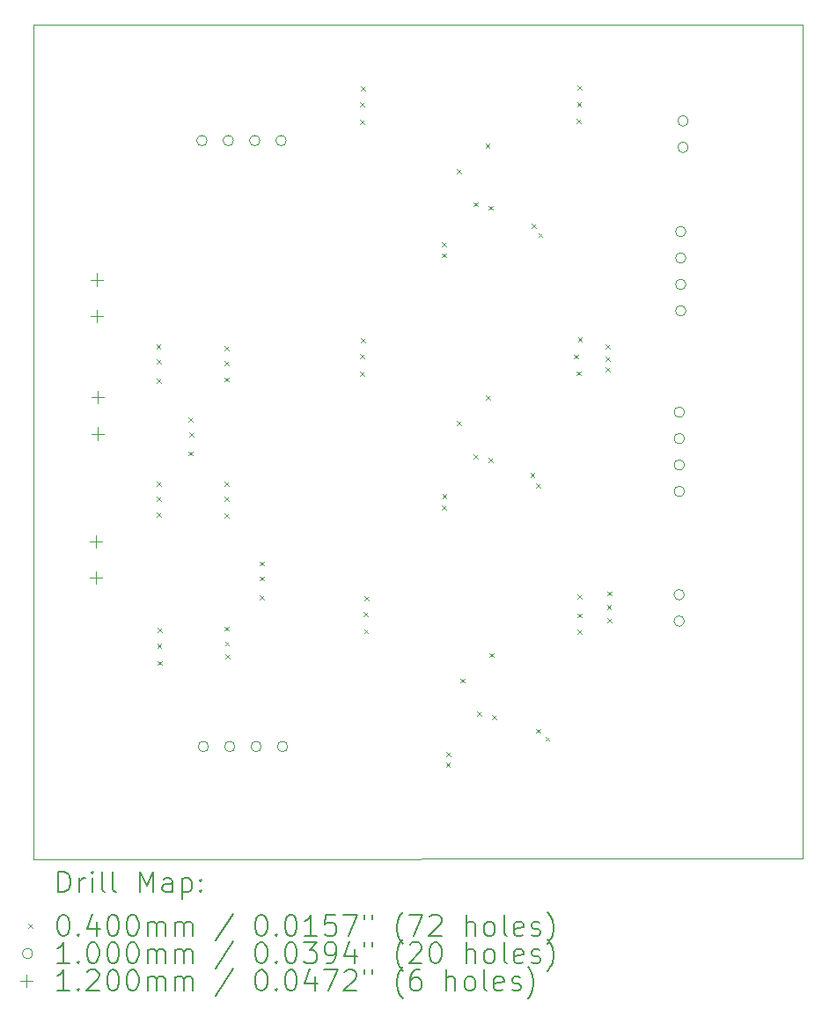
<source format=gbr>
%TF.GenerationSoftware,KiCad,Pcbnew,7.0.2*%
%TF.CreationDate,2023-05-19T15:17:26+02:00*%
%TF.ProjectId,78_1x39_1mm Solr tile,37382c31-7833-4392-9c31-6d6d20536f6c,rev?*%
%TF.SameCoordinates,Original*%
%TF.FileFunction,Drillmap*%
%TF.FilePolarity,Positive*%
%FSLAX45Y45*%
G04 Gerber Fmt 4.5, Leading zero omitted, Abs format (unit mm)*
G04 Created by KiCad (PCBNEW 7.0.2) date 2023-05-19 15:17:26*
%MOMM*%
%LPD*%
G01*
G04 APERTURE LIST*
%ADD10C,0.100000*%
%ADD11C,0.200000*%
%ADD12C,0.040000*%
%ADD13C,0.120000*%
G04 APERTURE END LIST*
D10*
X3317000Y-3601000D02*
X10717500Y-3599000D01*
X3317000Y-11621000D02*
X10717500Y-11616000D01*
X3317000Y-3601000D02*
X3317000Y-11621000D01*
X10717500Y-11616000D02*
X10717500Y-3599000D01*
D11*
D12*
X4501000Y-6675000D02*
X4541000Y-6715000D01*
X4541000Y-6675000D02*
X4501000Y-6715000D01*
X4504000Y-6815000D02*
X4544000Y-6855000D01*
X4544000Y-6815000D02*
X4504000Y-6855000D01*
X4504000Y-8139000D02*
X4544000Y-8179000D01*
X4544000Y-8139000D02*
X4504000Y-8179000D01*
X4505000Y-7004000D02*
X4545000Y-7044000D01*
X4545000Y-7004000D02*
X4505000Y-7044000D01*
X4506000Y-7996000D02*
X4546000Y-8036000D01*
X4546000Y-7996000D02*
X4506000Y-8036000D01*
X4506000Y-8292000D02*
X4546000Y-8332000D01*
X4546000Y-8292000D02*
X4506000Y-8332000D01*
X4511000Y-9548000D02*
X4551000Y-9588000D01*
X4551000Y-9548000D02*
X4511000Y-9588000D01*
X4512000Y-9400000D02*
X4552000Y-9440000D01*
X4552000Y-9400000D02*
X4512000Y-9440000D01*
X4513000Y-9716000D02*
X4553000Y-9756000D01*
X4553000Y-9716000D02*
X4513000Y-9756000D01*
X4813000Y-7377000D02*
X4853000Y-7417000D01*
X4853000Y-7377000D02*
X4813000Y-7417000D01*
X4813000Y-7702000D02*
X4853000Y-7742000D01*
X4853000Y-7702000D02*
X4813000Y-7742000D01*
X4816000Y-7521000D02*
X4856000Y-7561000D01*
X4856000Y-7521000D02*
X4816000Y-7561000D01*
X5155000Y-7993000D02*
X5195000Y-8033000D01*
X5195000Y-7993000D02*
X5155000Y-8033000D01*
X5155000Y-8295000D02*
X5195000Y-8335000D01*
X5195000Y-8295000D02*
X5155000Y-8335000D01*
X5157000Y-6688000D02*
X5197000Y-6728000D01*
X5197000Y-6688000D02*
X5157000Y-6728000D01*
X5157000Y-6990000D02*
X5197000Y-7030000D01*
X5197000Y-6990000D02*
X5157000Y-7030000D01*
X5157000Y-8136000D02*
X5197000Y-8176000D01*
X5197000Y-8136000D02*
X5157000Y-8176000D01*
X5159000Y-6831000D02*
X5199000Y-6871000D01*
X5199000Y-6831000D02*
X5159000Y-6871000D01*
X5159000Y-9386000D02*
X5199000Y-9426000D01*
X5199000Y-9386000D02*
X5159000Y-9426000D01*
X5161000Y-9529000D02*
X5201000Y-9569000D01*
X5201000Y-9529000D02*
X5161000Y-9569000D01*
X5166000Y-9652000D02*
X5206000Y-9692000D01*
X5206000Y-9652000D02*
X5166000Y-9692000D01*
X5495000Y-8760000D02*
X5535000Y-8800000D01*
X5535000Y-8760000D02*
X5495000Y-8800000D01*
X5495000Y-9085000D02*
X5535000Y-9125000D01*
X5535000Y-9085000D02*
X5495000Y-9125000D01*
X5498000Y-8904000D02*
X5538000Y-8944000D01*
X5538000Y-8904000D02*
X5498000Y-8944000D01*
X6461500Y-4343500D02*
X6501500Y-4383500D01*
X6501500Y-4343500D02*
X6461500Y-4383500D01*
X6462500Y-4511500D02*
X6502500Y-4551500D01*
X6502500Y-4511500D02*
X6462500Y-4551500D01*
X6463000Y-6766000D02*
X6503000Y-6806000D01*
X6503000Y-6766000D02*
X6463000Y-6806000D01*
X6464000Y-6934000D02*
X6504000Y-6974000D01*
X6504000Y-6934000D02*
X6464000Y-6974000D01*
X6467586Y-4192414D02*
X6507586Y-4232414D01*
X6507586Y-4192414D02*
X6467586Y-4232414D01*
X6469086Y-6614914D02*
X6509086Y-6654914D01*
X6509086Y-6614914D02*
X6469086Y-6654914D01*
X6497750Y-9243250D02*
X6537750Y-9283250D01*
X6537750Y-9243250D02*
X6497750Y-9283250D01*
X6498750Y-9411250D02*
X6538750Y-9451250D01*
X6538750Y-9411250D02*
X6498750Y-9451250D01*
X6503836Y-9092164D02*
X6543836Y-9132164D01*
X6543836Y-9092164D02*
X6503836Y-9132164D01*
X7250000Y-5797000D02*
X7290000Y-5837000D01*
X7290000Y-5797000D02*
X7250000Y-5837000D01*
X7251500Y-8219500D02*
X7291500Y-8259500D01*
X7291500Y-8219500D02*
X7251500Y-8259500D01*
X7252000Y-5691000D02*
X7292000Y-5731000D01*
X7292000Y-5691000D02*
X7252000Y-5731000D01*
X7253500Y-8113500D02*
X7293500Y-8153500D01*
X7293500Y-8113500D02*
X7253500Y-8153500D01*
X7286250Y-10696750D02*
X7326250Y-10736750D01*
X7326250Y-10696750D02*
X7286250Y-10736750D01*
X7288250Y-10590750D02*
X7328250Y-10630750D01*
X7328250Y-10590750D02*
X7288250Y-10630750D01*
X7391000Y-4985000D02*
X7431000Y-5025000D01*
X7431000Y-4985000D02*
X7391000Y-5025000D01*
X7392500Y-7407500D02*
X7432500Y-7447500D01*
X7432500Y-7407500D02*
X7392500Y-7447500D01*
X7427250Y-9884750D02*
X7467250Y-9924750D01*
X7467250Y-9884750D02*
X7427250Y-9924750D01*
X7554000Y-5305000D02*
X7594000Y-5345000D01*
X7594000Y-5305000D02*
X7554000Y-5345000D01*
X7555500Y-7727500D02*
X7595500Y-7767500D01*
X7595500Y-7727500D02*
X7555500Y-7767500D01*
X7590250Y-10204750D02*
X7630250Y-10244750D01*
X7630250Y-10204750D02*
X7590250Y-10244750D01*
X7669000Y-4741000D02*
X7709000Y-4781000D01*
X7709000Y-4741000D02*
X7669000Y-4781000D01*
X7670500Y-7163500D02*
X7710500Y-7203500D01*
X7710500Y-7163500D02*
X7670500Y-7203500D01*
X7697000Y-5339000D02*
X7737000Y-5379000D01*
X7737000Y-5339000D02*
X7697000Y-5379000D01*
X7698500Y-7761500D02*
X7738500Y-7801500D01*
X7738500Y-7761500D02*
X7698500Y-7801500D01*
X7705250Y-9640750D02*
X7745250Y-9680750D01*
X7745250Y-9640750D02*
X7705250Y-9680750D01*
X7733250Y-10238750D02*
X7773250Y-10278750D01*
X7773250Y-10238750D02*
X7733250Y-10278750D01*
X8101000Y-7908000D02*
X8141000Y-7948000D01*
X8141000Y-7908000D02*
X8101000Y-7948000D01*
X8111000Y-5514000D02*
X8151000Y-5554000D01*
X8151000Y-5514000D02*
X8111000Y-5554000D01*
X8154000Y-10367000D02*
X8194000Y-10407000D01*
X8194000Y-10367000D02*
X8154000Y-10407000D01*
X8155000Y-8007000D02*
X8195000Y-8047000D01*
X8195000Y-8007000D02*
X8155000Y-8047000D01*
X8176000Y-5600000D02*
X8216000Y-5640000D01*
X8216000Y-5600000D02*
X8176000Y-5640000D01*
X8244000Y-10445000D02*
X8284000Y-10485000D01*
X8284000Y-10445000D02*
X8244000Y-10485000D01*
X8517000Y-6769000D02*
X8557000Y-6809000D01*
X8557000Y-6769000D02*
X8517000Y-6809000D01*
X8545000Y-4507000D02*
X8585000Y-4547000D01*
X8585000Y-4507000D02*
X8545000Y-4547000D01*
X8546500Y-6929500D02*
X8586500Y-6969500D01*
X8586500Y-6929500D02*
X8546500Y-6969500D01*
X8548500Y-4345500D02*
X8588500Y-4385500D01*
X8588500Y-4345500D02*
X8548500Y-4385500D01*
X8552000Y-9414000D02*
X8592000Y-9454000D01*
X8592000Y-9414000D02*
X8552000Y-9454000D01*
X8555000Y-9077000D02*
X8595000Y-9117000D01*
X8595000Y-9077000D02*
X8555000Y-9117000D01*
X8555000Y-9259000D02*
X8595000Y-9299000D01*
X8595000Y-9259000D02*
X8555000Y-9299000D01*
X8555500Y-4184500D02*
X8595500Y-4224500D01*
X8595500Y-4184500D02*
X8555500Y-4224500D01*
X8557000Y-6607000D02*
X8597000Y-6647000D01*
X8597000Y-6607000D02*
X8557000Y-6647000D01*
X8822000Y-6675000D02*
X8862000Y-6715000D01*
X8862000Y-6675000D02*
X8822000Y-6715000D01*
X8826000Y-6789000D02*
X8866000Y-6829000D01*
X8866000Y-6789000D02*
X8826000Y-6829000D01*
X8826000Y-6893000D02*
X8866000Y-6933000D01*
X8866000Y-6893000D02*
X8826000Y-6933000D01*
X8837500Y-9178000D02*
X8877500Y-9218000D01*
X8877500Y-9178000D02*
X8837500Y-9218000D01*
X8839500Y-9047000D02*
X8879500Y-9087000D01*
X8879500Y-9047000D02*
X8839500Y-9087000D01*
X8842500Y-9305000D02*
X8882500Y-9345000D01*
X8882500Y-9305000D02*
X8842500Y-9345000D01*
D10*
X4990000Y-4712000D02*
G75*
G03*
X4990000Y-4712000I-50000J0D01*
G01*
X5004000Y-10539000D02*
G75*
G03*
X5004000Y-10539000I-50000J0D01*
G01*
X5244000Y-4712000D02*
G75*
G03*
X5244000Y-4712000I-50000J0D01*
G01*
X5258000Y-10539000D02*
G75*
G03*
X5258000Y-10539000I-50000J0D01*
G01*
X5498000Y-4712000D02*
G75*
G03*
X5498000Y-4712000I-50000J0D01*
G01*
X5512000Y-10539000D02*
G75*
G03*
X5512000Y-10539000I-50000J0D01*
G01*
X5752000Y-4712000D02*
G75*
G03*
X5752000Y-4712000I-50000J0D01*
G01*
X5766000Y-10539000D02*
G75*
G03*
X5766000Y-10539000I-50000J0D01*
G01*
X9581000Y-9079000D02*
G75*
G03*
X9581000Y-9079000I-50000J0D01*
G01*
X9581000Y-9333000D02*
G75*
G03*
X9581000Y-9333000I-50000J0D01*
G01*
X9582000Y-7324000D02*
G75*
G03*
X9582000Y-7324000I-50000J0D01*
G01*
X9582000Y-7578000D02*
G75*
G03*
X9582000Y-7578000I-50000J0D01*
G01*
X9582000Y-7832000D02*
G75*
G03*
X9582000Y-7832000I-50000J0D01*
G01*
X9582000Y-8086000D02*
G75*
G03*
X9582000Y-8086000I-50000J0D01*
G01*
X9595000Y-5587000D02*
G75*
G03*
X9595000Y-5587000I-50000J0D01*
G01*
X9595000Y-5841000D02*
G75*
G03*
X9595000Y-5841000I-50000J0D01*
G01*
X9595000Y-6095000D02*
G75*
G03*
X9595000Y-6095000I-50000J0D01*
G01*
X9595000Y-6349000D02*
G75*
G03*
X9595000Y-6349000I-50000J0D01*
G01*
X9618000Y-4523000D02*
G75*
G03*
X9618000Y-4523000I-50000J0D01*
G01*
X9618000Y-4777000D02*
G75*
G03*
X9618000Y-4777000I-50000J0D01*
G01*
D13*
X3917000Y-8508000D02*
X3917000Y-8628000D01*
X3857000Y-8568000D02*
X3977000Y-8568000D01*
X3917000Y-8858000D02*
X3917000Y-8978000D01*
X3857000Y-8918000D02*
X3977000Y-8918000D01*
X3931000Y-5989000D02*
X3931000Y-6109000D01*
X3871000Y-6049000D02*
X3991000Y-6049000D01*
X3931000Y-6339000D02*
X3931000Y-6459000D01*
X3871000Y-6399000D02*
X3991000Y-6399000D01*
X3936000Y-7121000D02*
X3936000Y-7241000D01*
X3876000Y-7181000D02*
X3996000Y-7181000D01*
X3936000Y-7471000D02*
X3936000Y-7591000D01*
X3876000Y-7531000D02*
X3996000Y-7531000D01*
D11*
X3559619Y-11938524D02*
X3559619Y-11738524D01*
X3559619Y-11738524D02*
X3607238Y-11738524D01*
X3607238Y-11738524D02*
X3635809Y-11748048D01*
X3635809Y-11748048D02*
X3654857Y-11767095D01*
X3654857Y-11767095D02*
X3664381Y-11786143D01*
X3664381Y-11786143D02*
X3673905Y-11824238D01*
X3673905Y-11824238D02*
X3673905Y-11852809D01*
X3673905Y-11852809D02*
X3664381Y-11890905D01*
X3664381Y-11890905D02*
X3654857Y-11909952D01*
X3654857Y-11909952D02*
X3635809Y-11929000D01*
X3635809Y-11929000D02*
X3607238Y-11938524D01*
X3607238Y-11938524D02*
X3559619Y-11938524D01*
X3759619Y-11938524D02*
X3759619Y-11805190D01*
X3759619Y-11843286D02*
X3769143Y-11824238D01*
X3769143Y-11824238D02*
X3778667Y-11814714D01*
X3778667Y-11814714D02*
X3797714Y-11805190D01*
X3797714Y-11805190D02*
X3816762Y-11805190D01*
X3883428Y-11938524D02*
X3883428Y-11805190D01*
X3883428Y-11738524D02*
X3873905Y-11748048D01*
X3873905Y-11748048D02*
X3883428Y-11757571D01*
X3883428Y-11757571D02*
X3892952Y-11748048D01*
X3892952Y-11748048D02*
X3883428Y-11738524D01*
X3883428Y-11738524D02*
X3883428Y-11757571D01*
X4007238Y-11938524D02*
X3988190Y-11929000D01*
X3988190Y-11929000D02*
X3978667Y-11909952D01*
X3978667Y-11909952D02*
X3978667Y-11738524D01*
X4112000Y-11938524D02*
X4092952Y-11929000D01*
X4092952Y-11929000D02*
X4083428Y-11909952D01*
X4083428Y-11909952D02*
X4083428Y-11738524D01*
X4340571Y-11938524D02*
X4340571Y-11738524D01*
X4340571Y-11738524D02*
X4407238Y-11881381D01*
X4407238Y-11881381D02*
X4473905Y-11738524D01*
X4473905Y-11738524D02*
X4473905Y-11938524D01*
X4654857Y-11938524D02*
X4654857Y-11833762D01*
X4654857Y-11833762D02*
X4645333Y-11814714D01*
X4645333Y-11814714D02*
X4626286Y-11805190D01*
X4626286Y-11805190D02*
X4588190Y-11805190D01*
X4588190Y-11805190D02*
X4569143Y-11814714D01*
X4654857Y-11929000D02*
X4635810Y-11938524D01*
X4635810Y-11938524D02*
X4588190Y-11938524D01*
X4588190Y-11938524D02*
X4569143Y-11929000D01*
X4569143Y-11929000D02*
X4559619Y-11909952D01*
X4559619Y-11909952D02*
X4559619Y-11890905D01*
X4559619Y-11890905D02*
X4569143Y-11871857D01*
X4569143Y-11871857D02*
X4588190Y-11862333D01*
X4588190Y-11862333D02*
X4635810Y-11862333D01*
X4635810Y-11862333D02*
X4654857Y-11852809D01*
X4750095Y-11805190D02*
X4750095Y-12005190D01*
X4750095Y-11814714D02*
X4769143Y-11805190D01*
X4769143Y-11805190D02*
X4807238Y-11805190D01*
X4807238Y-11805190D02*
X4826286Y-11814714D01*
X4826286Y-11814714D02*
X4835810Y-11824238D01*
X4835810Y-11824238D02*
X4845333Y-11843286D01*
X4845333Y-11843286D02*
X4845333Y-11900428D01*
X4845333Y-11900428D02*
X4835810Y-11919476D01*
X4835810Y-11919476D02*
X4826286Y-11929000D01*
X4826286Y-11929000D02*
X4807238Y-11938524D01*
X4807238Y-11938524D02*
X4769143Y-11938524D01*
X4769143Y-11938524D02*
X4750095Y-11929000D01*
X4931048Y-11919476D02*
X4940571Y-11929000D01*
X4940571Y-11929000D02*
X4931048Y-11938524D01*
X4931048Y-11938524D02*
X4921524Y-11929000D01*
X4921524Y-11929000D02*
X4931048Y-11919476D01*
X4931048Y-11919476D02*
X4931048Y-11938524D01*
X4931048Y-11814714D02*
X4940571Y-11824238D01*
X4940571Y-11824238D02*
X4931048Y-11833762D01*
X4931048Y-11833762D02*
X4921524Y-11824238D01*
X4921524Y-11824238D02*
X4931048Y-11814714D01*
X4931048Y-11814714D02*
X4931048Y-11833762D01*
D12*
X3272000Y-12246000D02*
X3312000Y-12286000D01*
X3312000Y-12246000D02*
X3272000Y-12286000D01*
D11*
X3597714Y-12158524D02*
X3616762Y-12158524D01*
X3616762Y-12158524D02*
X3635809Y-12168048D01*
X3635809Y-12168048D02*
X3645333Y-12177571D01*
X3645333Y-12177571D02*
X3654857Y-12196619D01*
X3654857Y-12196619D02*
X3664381Y-12234714D01*
X3664381Y-12234714D02*
X3664381Y-12282333D01*
X3664381Y-12282333D02*
X3654857Y-12320428D01*
X3654857Y-12320428D02*
X3645333Y-12339476D01*
X3645333Y-12339476D02*
X3635809Y-12349000D01*
X3635809Y-12349000D02*
X3616762Y-12358524D01*
X3616762Y-12358524D02*
X3597714Y-12358524D01*
X3597714Y-12358524D02*
X3578667Y-12349000D01*
X3578667Y-12349000D02*
X3569143Y-12339476D01*
X3569143Y-12339476D02*
X3559619Y-12320428D01*
X3559619Y-12320428D02*
X3550095Y-12282333D01*
X3550095Y-12282333D02*
X3550095Y-12234714D01*
X3550095Y-12234714D02*
X3559619Y-12196619D01*
X3559619Y-12196619D02*
X3569143Y-12177571D01*
X3569143Y-12177571D02*
X3578667Y-12168048D01*
X3578667Y-12168048D02*
X3597714Y-12158524D01*
X3750095Y-12339476D02*
X3759619Y-12349000D01*
X3759619Y-12349000D02*
X3750095Y-12358524D01*
X3750095Y-12358524D02*
X3740571Y-12349000D01*
X3740571Y-12349000D02*
X3750095Y-12339476D01*
X3750095Y-12339476D02*
X3750095Y-12358524D01*
X3931048Y-12225190D02*
X3931048Y-12358524D01*
X3883428Y-12149000D02*
X3835809Y-12291857D01*
X3835809Y-12291857D02*
X3959619Y-12291857D01*
X4073905Y-12158524D02*
X4092952Y-12158524D01*
X4092952Y-12158524D02*
X4112000Y-12168048D01*
X4112000Y-12168048D02*
X4121524Y-12177571D01*
X4121524Y-12177571D02*
X4131048Y-12196619D01*
X4131048Y-12196619D02*
X4140571Y-12234714D01*
X4140571Y-12234714D02*
X4140571Y-12282333D01*
X4140571Y-12282333D02*
X4131048Y-12320428D01*
X4131048Y-12320428D02*
X4121524Y-12339476D01*
X4121524Y-12339476D02*
X4112000Y-12349000D01*
X4112000Y-12349000D02*
X4092952Y-12358524D01*
X4092952Y-12358524D02*
X4073905Y-12358524D01*
X4073905Y-12358524D02*
X4054857Y-12349000D01*
X4054857Y-12349000D02*
X4045333Y-12339476D01*
X4045333Y-12339476D02*
X4035809Y-12320428D01*
X4035809Y-12320428D02*
X4026286Y-12282333D01*
X4026286Y-12282333D02*
X4026286Y-12234714D01*
X4026286Y-12234714D02*
X4035809Y-12196619D01*
X4035809Y-12196619D02*
X4045333Y-12177571D01*
X4045333Y-12177571D02*
X4054857Y-12168048D01*
X4054857Y-12168048D02*
X4073905Y-12158524D01*
X4264381Y-12158524D02*
X4283429Y-12158524D01*
X4283429Y-12158524D02*
X4302476Y-12168048D01*
X4302476Y-12168048D02*
X4312000Y-12177571D01*
X4312000Y-12177571D02*
X4321524Y-12196619D01*
X4321524Y-12196619D02*
X4331048Y-12234714D01*
X4331048Y-12234714D02*
X4331048Y-12282333D01*
X4331048Y-12282333D02*
X4321524Y-12320428D01*
X4321524Y-12320428D02*
X4312000Y-12339476D01*
X4312000Y-12339476D02*
X4302476Y-12349000D01*
X4302476Y-12349000D02*
X4283429Y-12358524D01*
X4283429Y-12358524D02*
X4264381Y-12358524D01*
X4264381Y-12358524D02*
X4245333Y-12349000D01*
X4245333Y-12349000D02*
X4235810Y-12339476D01*
X4235810Y-12339476D02*
X4226286Y-12320428D01*
X4226286Y-12320428D02*
X4216762Y-12282333D01*
X4216762Y-12282333D02*
X4216762Y-12234714D01*
X4216762Y-12234714D02*
X4226286Y-12196619D01*
X4226286Y-12196619D02*
X4235810Y-12177571D01*
X4235810Y-12177571D02*
X4245333Y-12168048D01*
X4245333Y-12168048D02*
X4264381Y-12158524D01*
X4416762Y-12358524D02*
X4416762Y-12225190D01*
X4416762Y-12244238D02*
X4426286Y-12234714D01*
X4426286Y-12234714D02*
X4445333Y-12225190D01*
X4445333Y-12225190D02*
X4473905Y-12225190D01*
X4473905Y-12225190D02*
X4492952Y-12234714D01*
X4492952Y-12234714D02*
X4502476Y-12253762D01*
X4502476Y-12253762D02*
X4502476Y-12358524D01*
X4502476Y-12253762D02*
X4512000Y-12234714D01*
X4512000Y-12234714D02*
X4531048Y-12225190D01*
X4531048Y-12225190D02*
X4559619Y-12225190D01*
X4559619Y-12225190D02*
X4578667Y-12234714D01*
X4578667Y-12234714D02*
X4588191Y-12253762D01*
X4588191Y-12253762D02*
X4588191Y-12358524D01*
X4683429Y-12358524D02*
X4683429Y-12225190D01*
X4683429Y-12244238D02*
X4692952Y-12234714D01*
X4692952Y-12234714D02*
X4712000Y-12225190D01*
X4712000Y-12225190D02*
X4740572Y-12225190D01*
X4740572Y-12225190D02*
X4759619Y-12234714D01*
X4759619Y-12234714D02*
X4769143Y-12253762D01*
X4769143Y-12253762D02*
X4769143Y-12358524D01*
X4769143Y-12253762D02*
X4778667Y-12234714D01*
X4778667Y-12234714D02*
X4797714Y-12225190D01*
X4797714Y-12225190D02*
X4826286Y-12225190D01*
X4826286Y-12225190D02*
X4845333Y-12234714D01*
X4845333Y-12234714D02*
X4854857Y-12253762D01*
X4854857Y-12253762D02*
X4854857Y-12358524D01*
X5245333Y-12149000D02*
X5073905Y-12406143D01*
X5502476Y-12158524D02*
X5521524Y-12158524D01*
X5521524Y-12158524D02*
X5540572Y-12168048D01*
X5540572Y-12168048D02*
X5550095Y-12177571D01*
X5550095Y-12177571D02*
X5559619Y-12196619D01*
X5559619Y-12196619D02*
X5569143Y-12234714D01*
X5569143Y-12234714D02*
X5569143Y-12282333D01*
X5569143Y-12282333D02*
X5559619Y-12320428D01*
X5559619Y-12320428D02*
X5550095Y-12339476D01*
X5550095Y-12339476D02*
X5540572Y-12349000D01*
X5540572Y-12349000D02*
X5521524Y-12358524D01*
X5521524Y-12358524D02*
X5502476Y-12358524D01*
X5502476Y-12358524D02*
X5483429Y-12349000D01*
X5483429Y-12349000D02*
X5473905Y-12339476D01*
X5473905Y-12339476D02*
X5464381Y-12320428D01*
X5464381Y-12320428D02*
X5454857Y-12282333D01*
X5454857Y-12282333D02*
X5454857Y-12234714D01*
X5454857Y-12234714D02*
X5464381Y-12196619D01*
X5464381Y-12196619D02*
X5473905Y-12177571D01*
X5473905Y-12177571D02*
X5483429Y-12168048D01*
X5483429Y-12168048D02*
X5502476Y-12158524D01*
X5654857Y-12339476D02*
X5664381Y-12349000D01*
X5664381Y-12349000D02*
X5654857Y-12358524D01*
X5654857Y-12358524D02*
X5645333Y-12349000D01*
X5645333Y-12349000D02*
X5654857Y-12339476D01*
X5654857Y-12339476D02*
X5654857Y-12358524D01*
X5788191Y-12158524D02*
X5807238Y-12158524D01*
X5807238Y-12158524D02*
X5826286Y-12168048D01*
X5826286Y-12168048D02*
X5835810Y-12177571D01*
X5835810Y-12177571D02*
X5845333Y-12196619D01*
X5845333Y-12196619D02*
X5854857Y-12234714D01*
X5854857Y-12234714D02*
X5854857Y-12282333D01*
X5854857Y-12282333D02*
X5845333Y-12320428D01*
X5845333Y-12320428D02*
X5835810Y-12339476D01*
X5835810Y-12339476D02*
X5826286Y-12349000D01*
X5826286Y-12349000D02*
X5807238Y-12358524D01*
X5807238Y-12358524D02*
X5788191Y-12358524D01*
X5788191Y-12358524D02*
X5769143Y-12349000D01*
X5769143Y-12349000D02*
X5759619Y-12339476D01*
X5759619Y-12339476D02*
X5750095Y-12320428D01*
X5750095Y-12320428D02*
X5740572Y-12282333D01*
X5740572Y-12282333D02*
X5740572Y-12234714D01*
X5740572Y-12234714D02*
X5750095Y-12196619D01*
X5750095Y-12196619D02*
X5759619Y-12177571D01*
X5759619Y-12177571D02*
X5769143Y-12168048D01*
X5769143Y-12168048D02*
X5788191Y-12158524D01*
X6045333Y-12358524D02*
X5931048Y-12358524D01*
X5988191Y-12358524D02*
X5988191Y-12158524D01*
X5988191Y-12158524D02*
X5969143Y-12187095D01*
X5969143Y-12187095D02*
X5950095Y-12206143D01*
X5950095Y-12206143D02*
X5931048Y-12215667D01*
X6226286Y-12158524D02*
X6131048Y-12158524D01*
X6131048Y-12158524D02*
X6121524Y-12253762D01*
X6121524Y-12253762D02*
X6131048Y-12244238D01*
X6131048Y-12244238D02*
X6150095Y-12234714D01*
X6150095Y-12234714D02*
X6197714Y-12234714D01*
X6197714Y-12234714D02*
X6216762Y-12244238D01*
X6216762Y-12244238D02*
X6226286Y-12253762D01*
X6226286Y-12253762D02*
X6235810Y-12272809D01*
X6235810Y-12272809D02*
X6235810Y-12320428D01*
X6235810Y-12320428D02*
X6226286Y-12339476D01*
X6226286Y-12339476D02*
X6216762Y-12349000D01*
X6216762Y-12349000D02*
X6197714Y-12358524D01*
X6197714Y-12358524D02*
X6150095Y-12358524D01*
X6150095Y-12358524D02*
X6131048Y-12349000D01*
X6131048Y-12349000D02*
X6121524Y-12339476D01*
X6302476Y-12158524D02*
X6435810Y-12158524D01*
X6435810Y-12158524D02*
X6350095Y-12358524D01*
X6502476Y-12158524D02*
X6502476Y-12196619D01*
X6578667Y-12158524D02*
X6578667Y-12196619D01*
X6873905Y-12434714D02*
X6864381Y-12425190D01*
X6864381Y-12425190D02*
X6845334Y-12396619D01*
X6845334Y-12396619D02*
X6835810Y-12377571D01*
X6835810Y-12377571D02*
X6826286Y-12349000D01*
X6826286Y-12349000D02*
X6816762Y-12301381D01*
X6816762Y-12301381D02*
X6816762Y-12263286D01*
X6816762Y-12263286D02*
X6826286Y-12215667D01*
X6826286Y-12215667D02*
X6835810Y-12187095D01*
X6835810Y-12187095D02*
X6845334Y-12168048D01*
X6845334Y-12168048D02*
X6864381Y-12139476D01*
X6864381Y-12139476D02*
X6873905Y-12129952D01*
X6931048Y-12158524D02*
X7064381Y-12158524D01*
X7064381Y-12158524D02*
X6978667Y-12358524D01*
X7131048Y-12177571D02*
X7140572Y-12168048D01*
X7140572Y-12168048D02*
X7159619Y-12158524D01*
X7159619Y-12158524D02*
X7207238Y-12158524D01*
X7207238Y-12158524D02*
X7226286Y-12168048D01*
X7226286Y-12168048D02*
X7235810Y-12177571D01*
X7235810Y-12177571D02*
X7245334Y-12196619D01*
X7245334Y-12196619D02*
X7245334Y-12215667D01*
X7245334Y-12215667D02*
X7235810Y-12244238D01*
X7235810Y-12244238D02*
X7121524Y-12358524D01*
X7121524Y-12358524D02*
X7245334Y-12358524D01*
X7483429Y-12358524D02*
X7483429Y-12158524D01*
X7569143Y-12358524D02*
X7569143Y-12253762D01*
X7569143Y-12253762D02*
X7559619Y-12234714D01*
X7559619Y-12234714D02*
X7540572Y-12225190D01*
X7540572Y-12225190D02*
X7512000Y-12225190D01*
X7512000Y-12225190D02*
X7492953Y-12234714D01*
X7492953Y-12234714D02*
X7483429Y-12244238D01*
X7692953Y-12358524D02*
X7673905Y-12349000D01*
X7673905Y-12349000D02*
X7664381Y-12339476D01*
X7664381Y-12339476D02*
X7654857Y-12320428D01*
X7654857Y-12320428D02*
X7654857Y-12263286D01*
X7654857Y-12263286D02*
X7664381Y-12244238D01*
X7664381Y-12244238D02*
X7673905Y-12234714D01*
X7673905Y-12234714D02*
X7692953Y-12225190D01*
X7692953Y-12225190D02*
X7721524Y-12225190D01*
X7721524Y-12225190D02*
X7740572Y-12234714D01*
X7740572Y-12234714D02*
X7750096Y-12244238D01*
X7750096Y-12244238D02*
X7759619Y-12263286D01*
X7759619Y-12263286D02*
X7759619Y-12320428D01*
X7759619Y-12320428D02*
X7750096Y-12339476D01*
X7750096Y-12339476D02*
X7740572Y-12349000D01*
X7740572Y-12349000D02*
X7721524Y-12358524D01*
X7721524Y-12358524D02*
X7692953Y-12358524D01*
X7873905Y-12358524D02*
X7854857Y-12349000D01*
X7854857Y-12349000D02*
X7845334Y-12329952D01*
X7845334Y-12329952D02*
X7845334Y-12158524D01*
X8026286Y-12349000D02*
X8007238Y-12358524D01*
X8007238Y-12358524D02*
X7969143Y-12358524D01*
X7969143Y-12358524D02*
X7950096Y-12349000D01*
X7950096Y-12349000D02*
X7940572Y-12329952D01*
X7940572Y-12329952D02*
X7940572Y-12253762D01*
X7940572Y-12253762D02*
X7950096Y-12234714D01*
X7950096Y-12234714D02*
X7969143Y-12225190D01*
X7969143Y-12225190D02*
X8007238Y-12225190D01*
X8007238Y-12225190D02*
X8026286Y-12234714D01*
X8026286Y-12234714D02*
X8035810Y-12253762D01*
X8035810Y-12253762D02*
X8035810Y-12272809D01*
X8035810Y-12272809D02*
X7940572Y-12291857D01*
X8112000Y-12349000D02*
X8131048Y-12358524D01*
X8131048Y-12358524D02*
X8169143Y-12358524D01*
X8169143Y-12358524D02*
X8188191Y-12349000D01*
X8188191Y-12349000D02*
X8197715Y-12329952D01*
X8197715Y-12329952D02*
X8197715Y-12320428D01*
X8197715Y-12320428D02*
X8188191Y-12301381D01*
X8188191Y-12301381D02*
X8169143Y-12291857D01*
X8169143Y-12291857D02*
X8140572Y-12291857D01*
X8140572Y-12291857D02*
X8121524Y-12282333D01*
X8121524Y-12282333D02*
X8112000Y-12263286D01*
X8112000Y-12263286D02*
X8112000Y-12253762D01*
X8112000Y-12253762D02*
X8121524Y-12234714D01*
X8121524Y-12234714D02*
X8140572Y-12225190D01*
X8140572Y-12225190D02*
X8169143Y-12225190D01*
X8169143Y-12225190D02*
X8188191Y-12234714D01*
X8264381Y-12434714D02*
X8273905Y-12425190D01*
X8273905Y-12425190D02*
X8292953Y-12396619D01*
X8292953Y-12396619D02*
X8302477Y-12377571D01*
X8302477Y-12377571D02*
X8312000Y-12349000D01*
X8312000Y-12349000D02*
X8321524Y-12301381D01*
X8321524Y-12301381D02*
X8321524Y-12263286D01*
X8321524Y-12263286D02*
X8312000Y-12215667D01*
X8312000Y-12215667D02*
X8302477Y-12187095D01*
X8302477Y-12187095D02*
X8292953Y-12168048D01*
X8292953Y-12168048D02*
X8273905Y-12139476D01*
X8273905Y-12139476D02*
X8264381Y-12129952D01*
D10*
X3312000Y-12530000D02*
G75*
G03*
X3312000Y-12530000I-50000J0D01*
G01*
D11*
X3664381Y-12622524D02*
X3550095Y-12622524D01*
X3607238Y-12622524D02*
X3607238Y-12422524D01*
X3607238Y-12422524D02*
X3588190Y-12451095D01*
X3588190Y-12451095D02*
X3569143Y-12470143D01*
X3569143Y-12470143D02*
X3550095Y-12479667D01*
X3750095Y-12603476D02*
X3759619Y-12613000D01*
X3759619Y-12613000D02*
X3750095Y-12622524D01*
X3750095Y-12622524D02*
X3740571Y-12613000D01*
X3740571Y-12613000D02*
X3750095Y-12603476D01*
X3750095Y-12603476D02*
X3750095Y-12622524D01*
X3883428Y-12422524D02*
X3902476Y-12422524D01*
X3902476Y-12422524D02*
X3921524Y-12432048D01*
X3921524Y-12432048D02*
X3931048Y-12441571D01*
X3931048Y-12441571D02*
X3940571Y-12460619D01*
X3940571Y-12460619D02*
X3950095Y-12498714D01*
X3950095Y-12498714D02*
X3950095Y-12546333D01*
X3950095Y-12546333D02*
X3940571Y-12584428D01*
X3940571Y-12584428D02*
X3931048Y-12603476D01*
X3931048Y-12603476D02*
X3921524Y-12613000D01*
X3921524Y-12613000D02*
X3902476Y-12622524D01*
X3902476Y-12622524D02*
X3883428Y-12622524D01*
X3883428Y-12622524D02*
X3864381Y-12613000D01*
X3864381Y-12613000D02*
X3854857Y-12603476D01*
X3854857Y-12603476D02*
X3845333Y-12584428D01*
X3845333Y-12584428D02*
X3835809Y-12546333D01*
X3835809Y-12546333D02*
X3835809Y-12498714D01*
X3835809Y-12498714D02*
X3845333Y-12460619D01*
X3845333Y-12460619D02*
X3854857Y-12441571D01*
X3854857Y-12441571D02*
X3864381Y-12432048D01*
X3864381Y-12432048D02*
X3883428Y-12422524D01*
X4073905Y-12422524D02*
X4092952Y-12422524D01*
X4092952Y-12422524D02*
X4112000Y-12432048D01*
X4112000Y-12432048D02*
X4121524Y-12441571D01*
X4121524Y-12441571D02*
X4131048Y-12460619D01*
X4131048Y-12460619D02*
X4140571Y-12498714D01*
X4140571Y-12498714D02*
X4140571Y-12546333D01*
X4140571Y-12546333D02*
X4131048Y-12584428D01*
X4131048Y-12584428D02*
X4121524Y-12603476D01*
X4121524Y-12603476D02*
X4112000Y-12613000D01*
X4112000Y-12613000D02*
X4092952Y-12622524D01*
X4092952Y-12622524D02*
X4073905Y-12622524D01*
X4073905Y-12622524D02*
X4054857Y-12613000D01*
X4054857Y-12613000D02*
X4045333Y-12603476D01*
X4045333Y-12603476D02*
X4035809Y-12584428D01*
X4035809Y-12584428D02*
X4026286Y-12546333D01*
X4026286Y-12546333D02*
X4026286Y-12498714D01*
X4026286Y-12498714D02*
X4035809Y-12460619D01*
X4035809Y-12460619D02*
X4045333Y-12441571D01*
X4045333Y-12441571D02*
X4054857Y-12432048D01*
X4054857Y-12432048D02*
X4073905Y-12422524D01*
X4264381Y-12422524D02*
X4283429Y-12422524D01*
X4283429Y-12422524D02*
X4302476Y-12432048D01*
X4302476Y-12432048D02*
X4312000Y-12441571D01*
X4312000Y-12441571D02*
X4321524Y-12460619D01*
X4321524Y-12460619D02*
X4331048Y-12498714D01*
X4331048Y-12498714D02*
X4331048Y-12546333D01*
X4331048Y-12546333D02*
X4321524Y-12584428D01*
X4321524Y-12584428D02*
X4312000Y-12603476D01*
X4312000Y-12603476D02*
X4302476Y-12613000D01*
X4302476Y-12613000D02*
X4283429Y-12622524D01*
X4283429Y-12622524D02*
X4264381Y-12622524D01*
X4264381Y-12622524D02*
X4245333Y-12613000D01*
X4245333Y-12613000D02*
X4235810Y-12603476D01*
X4235810Y-12603476D02*
X4226286Y-12584428D01*
X4226286Y-12584428D02*
X4216762Y-12546333D01*
X4216762Y-12546333D02*
X4216762Y-12498714D01*
X4216762Y-12498714D02*
X4226286Y-12460619D01*
X4226286Y-12460619D02*
X4235810Y-12441571D01*
X4235810Y-12441571D02*
X4245333Y-12432048D01*
X4245333Y-12432048D02*
X4264381Y-12422524D01*
X4416762Y-12622524D02*
X4416762Y-12489190D01*
X4416762Y-12508238D02*
X4426286Y-12498714D01*
X4426286Y-12498714D02*
X4445333Y-12489190D01*
X4445333Y-12489190D02*
X4473905Y-12489190D01*
X4473905Y-12489190D02*
X4492952Y-12498714D01*
X4492952Y-12498714D02*
X4502476Y-12517762D01*
X4502476Y-12517762D02*
X4502476Y-12622524D01*
X4502476Y-12517762D02*
X4512000Y-12498714D01*
X4512000Y-12498714D02*
X4531048Y-12489190D01*
X4531048Y-12489190D02*
X4559619Y-12489190D01*
X4559619Y-12489190D02*
X4578667Y-12498714D01*
X4578667Y-12498714D02*
X4588191Y-12517762D01*
X4588191Y-12517762D02*
X4588191Y-12622524D01*
X4683429Y-12622524D02*
X4683429Y-12489190D01*
X4683429Y-12508238D02*
X4692952Y-12498714D01*
X4692952Y-12498714D02*
X4712000Y-12489190D01*
X4712000Y-12489190D02*
X4740572Y-12489190D01*
X4740572Y-12489190D02*
X4759619Y-12498714D01*
X4759619Y-12498714D02*
X4769143Y-12517762D01*
X4769143Y-12517762D02*
X4769143Y-12622524D01*
X4769143Y-12517762D02*
X4778667Y-12498714D01*
X4778667Y-12498714D02*
X4797714Y-12489190D01*
X4797714Y-12489190D02*
X4826286Y-12489190D01*
X4826286Y-12489190D02*
X4845333Y-12498714D01*
X4845333Y-12498714D02*
X4854857Y-12517762D01*
X4854857Y-12517762D02*
X4854857Y-12622524D01*
X5245333Y-12413000D02*
X5073905Y-12670143D01*
X5502476Y-12422524D02*
X5521524Y-12422524D01*
X5521524Y-12422524D02*
X5540572Y-12432048D01*
X5540572Y-12432048D02*
X5550095Y-12441571D01*
X5550095Y-12441571D02*
X5559619Y-12460619D01*
X5559619Y-12460619D02*
X5569143Y-12498714D01*
X5569143Y-12498714D02*
X5569143Y-12546333D01*
X5569143Y-12546333D02*
X5559619Y-12584428D01*
X5559619Y-12584428D02*
X5550095Y-12603476D01*
X5550095Y-12603476D02*
X5540572Y-12613000D01*
X5540572Y-12613000D02*
X5521524Y-12622524D01*
X5521524Y-12622524D02*
X5502476Y-12622524D01*
X5502476Y-12622524D02*
X5483429Y-12613000D01*
X5483429Y-12613000D02*
X5473905Y-12603476D01*
X5473905Y-12603476D02*
X5464381Y-12584428D01*
X5464381Y-12584428D02*
X5454857Y-12546333D01*
X5454857Y-12546333D02*
X5454857Y-12498714D01*
X5454857Y-12498714D02*
X5464381Y-12460619D01*
X5464381Y-12460619D02*
X5473905Y-12441571D01*
X5473905Y-12441571D02*
X5483429Y-12432048D01*
X5483429Y-12432048D02*
X5502476Y-12422524D01*
X5654857Y-12603476D02*
X5664381Y-12613000D01*
X5664381Y-12613000D02*
X5654857Y-12622524D01*
X5654857Y-12622524D02*
X5645333Y-12613000D01*
X5645333Y-12613000D02*
X5654857Y-12603476D01*
X5654857Y-12603476D02*
X5654857Y-12622524D01*
X5788191Y-12422524D02*
X5807238Y-12422524D01*
X5807238Y-12422524D02*
X5826286Y-12432048D01*
X5826286Y-12432048D02*
X5835810Y-12441571D01*
X5835810Y-12441571D02*
X5845333Y-12460619D01*
X5845333Y-12460619D02*
X5854857Y-12498714D01*
X5854857Y-12498714D02*
X5854857Y-12546333D01*
X5854857Y-12546333D02*
X5845333Y-12584428D01*
X5845333Y-12584428D02*
X5835810Y-12603476D01*
X5835810Y-12603476D02*
X5826286Y-12613000D01*
X5826286Y-12613000D02*
X5807238Y-12622524D01*
X5807238Y-12622524D02*
X5788191Y-12622524D01*
X5788191Y-12622524D02*
X5769143Y-12613000D01*
X5769143Y-12613000D02*
X5759619Y-12603476D01*
X5759619Y-12603476D02*
X5750095Y-12584428D01*
X5750095Y-12584428D02*
X5740572Y-12546333D01*
X5740572Y-12546333D02*
X5740572Y-12498714D01*
X5740572Y-12498714D02*
X5750095Y-12460619D01*
X5750095Y-12460619D02*
X5759619Y-12441571D01*
X5759619Y-12441571D02*
X5769143Y-12432048D01*
X5769143Y-12432048D02*
X5788191Y-12422524D01*
X5921524Y-12422524D02*
X6045333Y-12422524D01*
X6045333Y-12422524D02*
X5978667Y-12498714D01*
X5978667Y-12498714D02*
X6007238Y-12498714D01*
X6007238Y-12498714D02*
X6026286Y-12508238D01*
X6026286Y-12508238D02*
X6035810Y-12517762D01*
X6035810Y-12517762D02*
X6045333Y-12536809D01*
X6045333Y-12536809D02*
X6045333Y-12584428D01*
X6045333Y-12584428D02*
X6035810Y-12603476D01*
X6035810Y-12603476D02*
X6026286Y-12613000D01*
X6026286Y-12613000D02*
X6007238Y-12622524D01*
X6007238Y-12622524D02*
X5950095Y-12622524D01*
X5950095Y-12622524D02*
X5931048Y-12613000D01*
X5931048Y-12613000D02*
X5921524Y-12603476D01*
X6140572Y-12622524D02*
X6178667Y-12622524D01*
X6178667Y-12622524D02*
X6197714Y-12613000D01*
X6197714Y-12613000D02*
X6207238Y-12603476D01*
X6207238Y-12603476D02*
X6226286Y-12574905D01*
X6226286Y-12574905D02*
X6235810Y-12536809D01*
X6235810Y-12536809D02*
X6235810Y-12460619D01*
X6235810Y-12460619D02*
X6226286Y-12441571D01*
X6226286Y-12441571D02*
X6216762Y-12432048D01*
X6216762Y-12432048D02*
X6197714Y-12422524D01*
X6197714Y-12422524D02*
X6159619Y-12422524D01*
X6159619Y-12422524D02*
X6140572Y-12432048D01*
X6140572Y-12432048D02*
X6131048Y-12441571D01*
X6131048Y-12441571D02*
X6121524Y-12460619D01*
X6121524Y-12460619D02*
X6121524Y-12508238D01*
X6121524Y-12508238D02*
X6131048Y-12527286D01*
X6131048Y-12527286D02*
X6140572Y-12536809D01*
X6140572Y-12536809D02*
X6159619Y-12546333D01*
X6159619Y-12546333D02*
X6197714Y-12546333D01*
X6197714Y-12546333D02*
X6216762Y-12536809D01*
X6216762Y-12536809D02*
X6226286Y-12527286D01*
X6226286Y-12527286D02*
X6235810Y-12508238D01*
X6407238Y-12489190D02*
X6407238Y-12622524D01*
X6359619Y-12413000D02*
X6312000Y-12555857D01*
X6312000Y-12555857D02*
X6435810Y-12555857D01*
X6502476Y-12422524D02*
X6502476Y-12460619D01*
X6578667Y-12422524D02*
X6578667Y-12460619D01*
X6873905Y-12698714D02*
X6864381Y-12689190D01*
X6864381Y-12689190D02*
X6845334Y-12660619D01*
X6845334Y-12660619D02*
X6835810Y-12641571D01*
X6835810Y-12641571D02*
X6826286Y-12613000D01*
X6826286Y-12613000D02*
X6816762Y-12565381D01*
X6816762Y-12565381D02*
X6816762Y-12527286D01*
X6816762Y-12527286D02*
X6826286Y-12479667D01*
X6826286Y-12479667D02*
X6835810Y-12451095D01*
X6835810Y-12451095D02*
X6845334Y-12432048D01*
X6845334Y-12432048D02*
X6864381Y-12403476D01*
X6864381Y-12403476D02*
X6873905Y-12393952D01*
X6940572Y-12441571D02*
X6950095Y-12432048D01*
X6950095Y-12432048D02*
X6969143Y-12422524D01*
X6969143Y-12422524D02*
X7016762Y-12422524D01*
X7016762Y-12422524D02*
X7035810Y-12432048D01*
X7035810Y-12432048D02*
X7045334Y-12441571D01*
X7045334Y-12441571D02*
X7054857Y-12460619D01*
X7054857Y-12460619D02*
X7054857Y-12479667D01*
X7054857Y-12479667D02*
X7045334Y-12508238D01*
X7045334Y-12508238D02*
X6931048Y-12622524D01*
X6931048Y-12622524D02*
X7054857Y-12622524D01*
X7178667Y-12422524D02*
X7197715Y-12422524D01*
X7197715Y-12422524D02*
X7216762Y-12432048D01*
X7216762Y-12432048D02*
X7226286Y-12441571D01*
X7226286Y-12441571D02*
X7235810Y-12460619D01*
X7235810Y-12460619D02*
X7245334Y-12498714D01*
X7245334Y-12498714D02*
X7245334Y-12546333D01*
X7245334Y-12546333D02*
X7235810Y-12584428D01*
X7235810Y-12584428D02*
X7226286Y-12603476D01*
X7226286Y-12603476D02*
X7216762Y-12613000D01*
X7216762Y-12613000D02*
X7197715Y-12622524D01*
X7197715Y-12622524D02*
X7178667Y-12622524D01*
X7178667Y-12622524D02*
X7159619Y-12613000D01*
X7159619Y-12613000D02*
X7150095Y-12603476D01*
X7150095Y-12603476D02*
X7140572Y-12584428D01*
X7140572Y-12584428D02*
X7131048Y-12546333D01*
X7131048Y-12546333D02*
X7131048Y-12498714D01*
X7131048Y-12498714D02*
X7140572Y-12460619D01*
X7140572Y-12460619D02*
X7150095Y-12441571D01*
X7150095Y-12441571D02*
X7159619Y-12432048D01*
X7159619Y-12432048D02*
X7178667Y-12422524D01*
X7483429Y-12622524D02*
X7483429Y-12422524D01*
X7569143Y-12622524D02*
X7569143Y-12517762D01*
X7569143Y-12517762D02*
X7559619Y-12498714D01*
X7559619Y-12498714D02*
X7540572Y-12489190D01*
X7540572Y-12489190D02*
X7512000Y-12489190D01*
X7512000Y-12489190D02*
X7492953Y-12498714D01*
X7492953Y-12498714D02*
X7483429Y-12508238D01*
X7692953Y-12622524D02*
X7673905Y-12613000D01*
X7673905Y-12613000D02*
X7664381Y-12603476D01*
X7664381Y-12603476D02*
X7654857Y-12584428D01*
X7654857Y-12584428D02*
X7654857Y-12527286D01*
X7654857Y-12527286D02*
X7664381Y-12508238D01*
X7664381Y-12508238D02*
X7673905Y-12498714D01*
X7673905Y-12498714D02*
X7692953Y-12489190D01*
X7692953Y-12489190D02*
X7721524Y-12489190D01*
X7721524Y-12489190D02*
X7740572Y-12498714D01*
X7740572Y-12498714D02*
X7750096Y-12508238D01*
X7750096Y-12508238D02*
X7759619Y-12527286D01*
X7759619Y-12527286D02*
X7759619Y-12584428D01*
X7759619Y-12584428D02*
X7750096Y-12603476D01*
X7750096Y-12603476D02*
X7740572Y-12613000D01*
X7740572Y-12613000D02*
X7721524Y-12622524D01*
X7721524Y-12622524D02*
X7692953Y-12622524D01*
X7873905Y-12622524D02*
X7854857Y-12613000D01*
X7854857Y-12613000D02*
X7845334Y-12593952D01*
X7845334Y-12593952D02*
X7845334Y-12422524D01*
X8026286Y-12613000D02*
X8007238Y-12622524D01*
X8007238Y-12622524D02*
X7969143Y-12622524D01*
X7969143Y-12622524D02*
X7950096Y-12613000D01*
X7950096Y-12613000D02*
X7940572Y-12593952D01*
X7940572Y-12593952D02*
X7940572Y-12517762D01*
X7940572Y-12517762D02*
X7950096Y-12498714D01*
X7950096Y-12498714D02*
X7969143Y-12489190D01*
X7969143Y-12489190D02*
X8007238Y-12489190D01*
X8007238Y-12489190D02*
X8026286Y-12498714D01*
X8026286Y-12498714D02*
X8035810Y-12517762D01*
X8035810Y-12517762D02*
X8035810Y-12536809D01*
X8035810Y-12536809D02*
X7940572Y-12555857D01*
X8112000Y-12613000D02*
X8131048Y-12622524D01*
X8131048Y-12622524D02*
X8169143Y-12622524D01*
X8169143Y-12622524D02*
X8188191Y-12613000D01*
X8188191Y-12613000D02*
X8197715Y-12593952D01*
X8197715Y-12593952D02*
X8197715Y-12584428D01*
X8197715Y-12584428D02*
X8188191Y-12565381D01*
X8188191Y-12565381D02*
X8169143Y-12555857D01*
X8169143Y-12555857D02*
X8140572Y-12555857D01*
X8140572Y-12555857D02*
X8121524Y-12546333D01*
X8121524Y-12546333D02*
X8112000Y-12527286D01*
X8112000Y-12527286D02*
X8112000Y-12517762D01*
X8112000Y-12517762D02*
X8121524Y-12498714D01*
X8121524Y-12498714D02*
X8140572Y-12489190D01*
X8140572Y-12489190D02*
X8169143Y-12489190D01*
X8169143Y-12489190D02*
X8188191Y-12498714D01*
X8264381Y-12698714D02*
X8273905Y-12689190D01*
X8273905Y-12689190D02*
X8292953Y-12660619D01*
X8292953Y-12660619D02*
X8302477Y-12641571D01*
X8302477Y-12641571D02*
X8312000Y-12613000D01*
X8312000Y-12613000D02*
X8321524Y-12565381D01*
X8321524Y-12565381D02*
X8321524Y-12527286D01*
X8321524Y-12527286D02*
X8312000Y-12479667D01*
X8312000Y-12479667D02*
X8302477Y-12451095D01*
X8302477Y-12451095D02*
X8292953Y-12432048D01*
X8292953Y-12432048D02*
X8273905Y-12403476D01*
X8273905Y-12403476D02*
X8264381Y-12393952D01*
D13*
X3252000Y-12734000D02*
X3252000Y-12854000D01*
X3192000Y-12794000D02*
X3312000Y-12794000D01*
D11*
X3664381Y-12886524D02*
X3550095Y-12886524D01*
X3607238Y-12886524D02*
X3607238Y-12686524D01*
X3607238Y-12686524D02*
X3588190Y-12715095D01*
X3588190Y-12715095D02*
X3569143Y-12734143D01*
X3569143Y-12734143D02*
X3550095Y-12743667D01*
X3750095Y-12867476D02*
X3759619Y-12877000D01*
X3759619Y-12877000D02*
X3750095Y-12886524D01*
X3750095Y-12886524D02*
X3740571Y-12877000D01*
X3740571Y-12877000D02*
X3750095Y-12867476D01*
X3750095Y-12867476D02*
X3750095Y-12886524D01*
X3835809Y-12705571D02*
X3845333Y-12696048D01*
X3845333Y-12696048D02*
X3864381Y-12686524D01*
X3864381Y-12686524D02*
X3912000Y-12686524D01*
X3912000Y-12686524D02*
X3931048Y-12696048D01*
X3931048Y-12696048D02*
X3940571Y-12705571D01*
X3940571Y-12705571D02*
X3950095Y-12724619D01*
X3950095Y-12724619D02*
X3950095Y-12743667D01*
X3950095Y-12743667D02*
X3940571Y-12772238D01*
X3940571Y-12772238D02*
X3826286Y-12886524D01*
X3826286Y-12886524D02*
X3950095Y-12886524D01*
X4073905Y-12686524D02*
X4092952Y-12686524D01*
X4092952Y-12686524D02*
X4112000Y-12696048D01*
X4112000Y-12696048D02*
X4121524Y-12705571D01*
X4121524Y-12705571D02*
X4131048Y-12724619D01*
X4131048Y-12724619D02*
X4140571Y-12762714D01*
X4140571Y-12762714D02*
X4140571Y-12810333D01*
X4140571Y-12810333D02*
X4131048Y-12848428D01*
X4131048Y-12848428D02*
X4121524Y-12867476D01*
X4121524Y-12867476D02*
X4112000Y-12877000D01*
X4112000Y-12877000D02*
X4092952Y-12886524D01*
X4092952Y-12886524D02*
X4073905Y-12886524D01*
X4073905Y-12886524D02*
X4054857Y-12877000D01*
X4054857Y-12877000D02*
X4045333Y-12867476D01*
X4045333Y-12867476D02*
X4035809Y-12848428D01*
X4035809Y-12848428D02*
X4026286Y-12810333D01*
X4026286Y-12810333D02*
X4026286Y-12762714D01*
X4026286Y-12762714D02*
X4035809Y-12724619D01*
X4035809Y-12724619D02*
X4045333Y-12705571D01*
X4045333Y-12705571D02*
X4054857Y-12696048D01*
X4054857Y-12696048D02*
X4073905Y-12686524D01*
X4264381Y-12686524D02*
X4283429Y-12686524D01*
X4283429Y-12686524D02*
X4302476Y-12696048D01*
X4302476Y-12696048D02*
X4312000Y-12705571D01*
X4312000Y-12705571D02*
X4321524Y-12724619D01*
X4321524Y-12724619D02*
X4331048Y-12762714D01*
X4331048Y-12762714D02*
X4331048Y-12810333D01*
X4331048Y-12810333D02*
X4321524Y-12848428D01*
X4321524Y-12848428D02*
X4312000Y-12867476D01*
X4312000Y-12867476D02*
X4302476Y-12877000D01*
X4302476Y-12877000D02*
X4283429Y-12886524D01*
X4283429Y-12886524D02*
X4264381Y-12886524D01*
X4264381Y-12886524D02*
X4245333Y-12877000D01*
X4245333Y-12877000D02*
X4235810Y-12867476D01*
X4235810Y-12867476D02*
X4226286Y-12848428D01*
X4226286Y-12848428D02*
X4216762Y-12810333D01*
X4216762Y-12810333D02*
X4216762Y-12762714D01*
X4216762Y-12762714D02*
X4226286Y-12724619D01*
X4226286Y-12724619D02*
X4235810Y-12705571D01*
X4235810Y-12705571D02*
X4245333Y-12696048D01*
X4245333Y-12696048D02*
X4264381Y-12686524D01*
X4416762Y-12886524D02*
X4416762Y-12753190D01*
X4416762Y-12772238D02*
X4426286Y-12762714D01*
X4426286Y-12762714D02*
X4445333Y-12753190D01*
X4445333Y-12753190D02*
X4473905Y-12753190D01*
X4473905Y-12753190D02*
X4492952Y-12762714D01*
X4492952Y-12762714D02*
X4502476Y-12781762D01*
X4502476Y-12781762D02*
X4502476Y-12886524D01*
X4502476Y-12781762D02*
X4512000Y-12762714D01*
X4512000Y-12762714D02*
X4531048Y-12753190D01*
X4531048Y-12753190D02*
X4559619Y-12753190D01*
X4559619Y-12753190D02*
X4578667Y-12762714D01*
X4578667Y-12762714D02*
X4588191Y-12781762D01*
X4588191Y-12781762D02*
X4588191Y-12886524D01*
X4683429Y-12886524D02*
X4683429Y-12753190D01*
X4683429Y-12772238D02*
X4692952Y-12762714D01*
X4692952Y-12762714D02*
X4712000Y-12753190D01*
X4712000Y-12753190D02*
X4740572Y-12753190D01*
X4740572Y-12753190D02*
X4759619Y-12762714D01*
X4759619Y-12762714D02*
X4769143Y-12781762D01*
X4769143Y-12781762D02*
X4769143Y-12886524D01*
X4769143Y-12781762D02*
X4778667Y-12762714D01*
X4778667Y-12762714D02*
X4797714Y-12753190D01*
X4797714Y-12753190D02*
X4826286Y-12753190D01*
X4826286Y-12753190D02*
X4845333Y-12762714D01*
X4845333Y-12762714D02*
X4854857Y-12781762D01*
X4854857Y-12781762D02*
X4854857Y-12886524D01*
X5245333Y-12677000D02*
X5073905Y-12934143D01*
X5502476Y-12686524D02*
X5521524Y-12686524D01*
X5521524Y-12686524D02*
X5540572Y-12696048D01*
X5540572Y-12696048D02*
X5550095Y-12705571D01*
X5550095Y-12705571D02*
X5559619Y-12724619D01*
X5559619Y-12724619D02*
X5569143Y-12762714D01*
X5569143Y-12762714D02*
X5569143Y-12810333D01*
X5569143Y-12810333D02*
X5559619Y-12848428D01*
X5559619Y-12848428D02*
X5550095Y-12867476D01*
X5550095Y-12867476D02*
X5540572Y-12877000D01*
X5540572Y-12877000D02*
X5521524Y-12886524D01*
X5521524Y-12886524D02*
X5502476Y-12886524D01*
X5502476Y-12886524D02*
X5483429Y-12877000D01*
X5483429Y-12877000D02*
X5473905Y-12867476D01*
X5473905Y-12867476D02*
X5464381Y-12848428D01*
X5464381Y-12848428D02*
X5454857Y-12810333D01*
X5454857Y-12810333D02*
X5454857Y-12762714D01*
X5454857Y-12762714D02*
X5464381Y-12724619D01*
X5464381Y-12724619D02*
X5473905Y-12705571D01*
X5473905Y-12705571D02*
X5483429Y-12696048D01*
X5483429Y-12696048D02*
X5502476Y-12686524D01*
X5654857Y-12867476D02*
X5664381Y-12877000D01*
X5664381Y-12877000D02*
X5654857Y-12886524D01*
X5654857Y-12886524D02*
X5645333Y-12877000D01*
X5645333Y-12877000D02*
X5654857Y-12867476D01*
X5654857Y-12867476D02*
X5654857Y-12886524D01*
X5788191Y-12686524D02*
X5807238Y-12686524D01*
X5807238Y-12686524D02*
X5826286Y-12696048D01*
X5826286Y-12696048D02*
X5835810Y-12705571D01*
X5835810Y-12705571D02*
X5845333Y-12724619D01*
X5845333Y-12724619D02*
X5854857Y-12762714D01*
X5854857Y-12762714D02*
X5854857Y-12810333D01*
X5854857Y-12810333D02*
X5845333Y-12848428D01*
X5845333Y-12848428D02*
X5835810Y-12867476D01*
X5835810Y-12867476D02*
X5826286Y-12877000D01*
X5826286Y-12877000D02*
X5807238Y-12886524D01*
X5807238Y-12886524D02*
X5788191Y-12886524D01*
X5788191Y-12886524D02*
X5769143Y-12877000D01*
X5769143Y-12877000D02*
X5759619Y-12867476D01*
X5759619Y-12867476D02*
X5750095Y-12848428D01*
X5750095Y-12848428D02*
X5740572Y-12810333D01*
X5740572Y-12810333D02*
X5740572Y-12762714D01*
X5740572Y-12762714D02*
X5750095Y-12724619D01*
X5750095Y-12724619D02*
X5759619Y-12705571D01*
X5759619Y-12705571D02*
X5769143Y-12696048D01*
X5769143Y-12696048D02*
X5788191Y-12686524D01*
X6026286Y-12753190D02*
X6026286Y-12886524D01*
X5978667Y-12677000D02*
X5931048Y-12819857D01*
X5931048Y-12819857D02*
X6054857Y-12819857D01*
X6112000Y-12686524D02*
X6245333Y-12686524D01*
X6245333Y-12686524D02*
X6159619Y-12886524D01*
X6312000Y-12705571D02*
X6321524Y-12696048D01*
X6321524Y-12696048D02*
X6340572Y-12686524D01*
X6340572Y-12686524D02*
X6388191Y-12686524D01*
X6388191Y-12686524D02*
X6407238Y-12696048D01*
X6407238Y-12696048D02*
X6416762Y-12705571D01*
X6416762Y-12705571D02*
X6426286Y-12724619D01*
X6426286Y-12724619D02*
X6426286Y-12743667D01*
X6426286Y-12743667D02*
X6416762Y-12772238D01*
X6416762Y-12772238D02*
X6302476Y-12886524D01*
X6302476Y-12886524D02*
X6426286Y-12886524D01*
X6502476Y-12686524D02*
X6502476Y-12724619D01*
X6578667Y-12686524D02*
X6578667Y-12724619D01*
X6873905Y-12962714D02*
X6864381Y-12953190D01*
X6864381Y-12953190D02*
X6845334Y-12924619D01*
X6845334Y-12924619D02*
X6835810Y-12905571D01*
X6835810Y-12905571D02*
X6826286Y-12877000D01*
X6826286Y-12877000D02*
X6816762Y-12829381D01*
X6816762Y-12829381D02*
X6816762Y-12791286D01*
X6816762Y-12791286D02*
X6826286Y-12743667D01*
X6826286Y-12743667D02*
X6835810Y-12715095D01*
X6835810Y-12715095D02*
X6845334Y-12696048D01*
X6845334Y-12696048D02*
X6864381Y-12667476D01*
X6864381Y-12667476D02*
X6873905Y-12657952D01*
X7035810Y-12686524D02*
X6997714Y-12686524D01*
X6997714Y-12686524D02*
X6978667Y-12696048D01*
X6978667Y-12696048D02*
X6969143Y-12705571D01*
X6969143Y-12705571D02*
X6950095Y-12734143D01*
X6950095Y-12734143D02*
X6940572Y-12772238D01*
X6940572Y-12772238D02*
X6940572Y-12848428D01*
X6940572Y-12848428D02*
X6950095Y-12867476D01*
X6950095Y-12867476D02*
X6959619Y-12877000D01*
X6959619Y-12877000D02*
X6978667Y-12886524D01*
X6978667Y-12886524D02*
X7016762Y-12886524D01*
X7016762Y-12886524D02*
X7035810Y-12877000D01*
X7035810Y-12877000D02*
X7045334Y-12867476D01*
X7045334Y-12867476D02*
X7054857Y-12848428D01*
X7054857Y-12848428D02*
X7054857Y-12800809D01*
X7054857Y-12800809D02*
X7045334Y-12781762D01*
X7045334Y-12781762D02*
X7035810Y-12772238D01*
X7035810Y-12772238D02*
X7016762Y-12762714D01*
X7016762Y-12762714D02*
X6978667Y-12762714D01*
X6978667Y-12762714D02*
X6959619Y-12772238D01*
X6959619Y-12772238D02*
X6950095Y-12781762D01*
X6950095Y-12781762D02*
X6940572Y-12800809D01*
X7292953Y-12886524D02*
X7292953Y-12686524D01*
X7378667Y-12886524D02*
X7378667Y-12781762D01*
X7378667Y-12781762D02*
X7369143Y-12762714D01*
X7369143Y-12762714D02*
X7350096Y-12753190D01*
X7350096Y-12753190D02*
X7321524Y-12753190D01*
X7321524Y-12753190D02*
X7302476Y-12762714D01*
X7302476Y-12762714D02*
X7292953Y-12772238D01*
X7502476Y-12886524D02*
X7483429Y-12877000D01*
X7483429Y-12877000D02*
X7473905Y-12867476D01*
X7473905Y-12867476D02*
X7464381Y-12848428D01*
X7464381Y-12848428D02*
X7464381Y-12791286D01*
X7464381Y-12791286D02*
X7473905Y-12772238D01*
X7473905Y-12772238D02*
X7483429Y-12762714D01*
X7483429Y-12762714D02*
X7502476Y-12753190D01*
X7502476Y-12753190D02*
X7531048Y-12753190D01*
X7531048Y-12753190D02*
X7550096Y-12762714D01*
X7550096Y-12762714D02*
X7559619Y-12772238D01*
X7559619Y-12772238D02*
X7569143Y-12791286D01*
X7569143Y-12791286D02*
X7569143Y-12848428D01*
X7569143Y-12848428D02*
X7559619Y-12867476D01*
X7559619Y-12867476D02*
X7550096Y-12877000D01*
X7550096Y-12877000D02*
X7531048Y-12886524D01*
X7531048Y-12886524D02*
X7502476Y-12886524D01*
X7683429Y-12886524D02*
X7664381Y-12877000D01*
X7664381Y-12877000D02*
X7654857Y-12857952D01*
X7654857Y-12857952D02*
X7654857Y-12686524D01*
X7835810Y-12877000D02*
X7816762Y-12886524D01*
X7816762Y-12886524D02*
X7778667Y-12886524D01*
X7778667Y-12886524D02*
X7759619Y-12877000D01*
X7759619Y-12877000D02*
X7750096Y-12857952D01*
X7750096Y-12857952D02*
X7750096Y-12781762D01*
X7750096Y-12781762D02*
X7759619Y-12762714D01*
X7759619Y-12762714D02*
X7778667Y-12753190D01*
X7778667Y-12753190D02*
X7816762Y-12753190D01*
X7816762Y-12753190D02*
X7835810Y-12762714D01*
X7835810Y-12762714D02*
X7845334Y-12781762D01*
X7845334Y-12781762D02*
X7845334Y-12800809D01*
X7845334Y-12800809D02*
X7750096Y-12819857D01*
X7921524Y-12877000D02*
X7940572Y-12886524D01*
X7940572Y-12886524D02*
X7978667Y-12886524D01*
X7978667Y-12886524D02*
X7997715Y-12877000D01*
X7997715Y-12877000D02*
X8007238Y-12857952D01*
X8007238Y-12857952D02*
X8007238Y-12848428D01*
X8007238Y-12848428D02*
X7997715Y-12829381D01*
X7997715Y-12829381D02*
X7978667Y-12819857D01*
X7978667Y-12819857D02*
X7950096Y-12819857D01*
X7950096Y-12819857D02*
X7931048Y-12810333D01*
X7931048Y-12810333D02*
X7921524Y-12791286D01*
X7921524Y-12791286D02*
X7921524Y-12781762D01*
X7921524Y-12781762D02*
X7931048Y-12762714D01*
X7931048Y-12762714D02*
X7950096Y-12753190D01*
X7950096Y-12753190D02*
X7978667Y-12753190D01*
X7978667Y-12753190D02*
X7997715Y-12762714D01*
X8073905Y-12962714D02*
X8083429Y-12953190D01*
X8083429Y-12953190D02*
X8102477Y-12924619D01*
X8102477Y-12924619D02*
X8112000Y-12905571D01*
X8112000Y-12905571D02*
X8121524Y-12877000D01*
X8121524Y-12877000D02*
X8131048Y-12829381D01*
X8131048Y-12829381D02*
X8131048Y-12791286D01*
X8131048Y-12791286D02*
X8121524Y-12743667D01*
X8121524Y-12743667D02*
X8112000Y-12715095D01*
X8112000Y-12715095D02*
X8102477Y-12696048D01*
X8102477Y-12696048D02*
X8083429Y-12667476D01*
X8083429Y-12667476D02*
X8073905Y-12657952D01*
M02*

</source>
